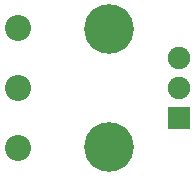
<source format=gbs>
G04 Layer_Color=16711935*
%FSLAX44Y44*%
%MOMM*%
G71*
G01*
G75*
%ADD23R,1.9032X1.9032*%
%ADD24C,1.9032*%
%ADD25C,2.2032*%
%ADD26C,4.2032*%
D23*
X220000Y54600D02*
D03*
D24*
Y80000D02*
D03*
Y105400D02*
D03*
D25*
X83000Y29000D02*
D03*
Y79800D02*
D03*
Y130600D02*
D03*
D26*
X160000Y30000D02*
D03*
Y130000D02*
D03*
M02*

</source>
